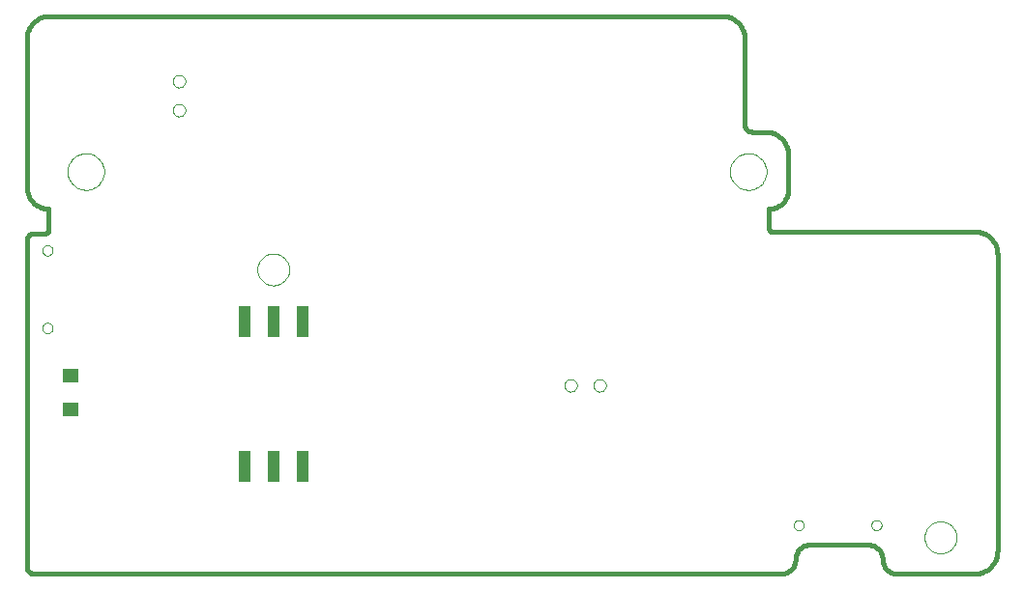
<source format=gbp>
G75*
%MOIN*%
%OFA0B0*%
%FSLAX24Y24*%
%IPPOS*%
%LPD*%
%AMOC8*
5,1,8,0,0,1.08239X$1,22.5*
%
%ADD10C,0.0160*%
%ADD11C,0.0000*%
%ADD12R,0.0551X0.0472*%
%ADD13R,0.0394X0.1063*%
D10*
X007340Y002680D02*
X007340Y013930D01*
X007342Y013960D01*
X007347Y013990D01*
X007356Y014019D01*
X007369Y014046D01*
X007384Y014072D01*
X007403Y014096D01*
X007424Y014117D01*
X007448Y014136D01*
X007474Y014151D01*
X007501Y014164D01*
X007530Y014173D01*
X007560Y014178D01*
X007590Y014180D01*
X007990Y014180D01*
X008007Y014182D01*
X008024Y014186D01*
X008040Y014193D01*
X008054Y014203D01*
X008067Y014216D01*
X008077Y014230D01*
X008084Y014246D01*
X008088Y014263D01*
X008090Y014280D01*
X008090Y015028D01*
X008036Y015030D01*
X007983Y015036D01*
X007931Y015045D01*
X007879Y015058D01*
X007828Y015075D01*
X007778Y015096D01*
X007731Y015120D01*
X007685Y015147D01*
X007641Y015178D01*
X007599Y015211D01*
X007560Y015248D01*
X007523Y015287D01*
X007490Y015329D01*
X007459Y015373D01*
X007432Y015419D01*
X007408Y015466D01*
X007387Y015516D01*
X007370Y015567D01*
X007357Y015619D01*
X007348Y015671D01*
X007342Y015724D01*
X007340Y015778D01*
X007340Y020893D01*
X007342Y020947D01*
X007347Y021000D01*
X007356Y021053D01*
X007369Y021105D01*
X007385Y021157D01*
X007405Y021207D01*
X007428Y021255D01*
X007455Y021302D01*
X007484Y021347D01*
X007517Y021390D01*
X007552Y021430D01*
X007590Y021468D01*
X007630Y021503D01*
X007673Y021536D01*
X007718Y021565D01*
X007765Y021592D01*
X007813Y021615D01*
X007863Y021635D01*
X007915Y021651D01*
X007967Y021664D01*
X008020Y021673D01*
X008073Y021678D01*
X008127Y021680D01*
X031302Y021680D01*
X031356Y021678D01*
X031409Y021673D01*
X031462Y021664D01*
X031514Y021651D01*
X031566Y021635D01*
X031616Y021615D01*
X031664Y021592D01*
X031711Y021565D01*
X031756Y021536D01*
X031799Y021503D01*
X031839Y021468D01*
X031877Y021430D01*
X031912Y021390D01*
X031945Y021347D01*
X031974Y021302D01*
X032001Y021255D01*
X032024Y021207D01*
X032044Y021157D01*
X032060Y021105D01*
X032073Y021053D01*
X032082Y021000D01*
X032087Y020947D01*
X032089Y020893D01*
X032090Y020893D02*
X032090Y017930D01*
X032092Y017900D01*
X032097Y017870D01*
X032106Y017841D01*
X032119Y017814D01*
X032134Y017788D01*
X032153Y017764D01*
X032174Y017743D01*
X032198Y017724D01*
X032224Y017709D01*
X032251Y017696D01*
X032280Y017687D01*
X032310Y017682D01*
X032340Y017680D01*
X032802Y017680D01*
X032856Y017678D01*
X032909Y017673D01*
X032962Y017664D01*
X033014Y017651D01*
X033066Y017635D01*
X033116Y017615D01*
X033164Y017592D01*
X033211Y017565D01*
X033256Y017536D01*
X033299Y017503D01*
X033339Y017468D01*
X033377Y017430D01*
X033412Y017390D01*
X033445Y017347D01*
X033474Y017302D01*
X033501Y017255D01*
X033524Y017207D01*
X033544Y017157D01*
X033560Y017105D01*
X033573Y017053D01*
X033582Y017000D01*
X033587Y016947D01*
X033589Y016893D01*
X033590Y016893D02*
X033590Y015688D01*
X033589Y015688D02*
X033587Y015639D01*
X033582Y015590D01*
X033572Y015541D01*
X033560Y015494D01*
X033543Y015447D01*
X033524Y015402D01*
X033501Y015359D01*
X033474Y015317D01*
X033445Y015277D01*
X033413Y015240D01*
X033378Y015205D01*
X033341Y015173D01*
X033301Y015144D01*
X033260Y015117D01*
X033216Y015094D01*
X033171Y015075D01*
X033124Y015058D01*
X033077Y015046D01*
X033028Y015036D01*
X032979Y015031D01*
X032930Y015029D01*
X032930Y015028D02*
X032930Y014341D01*
X032932Y014324D01*
X032936Y014307D01*
X032943Y014291D01*
X032953Y014277D01*
X032966Y014264D01*
X032980Y014254D01*
X032996Y014247D01*
X033013Y014243D01*
X033030Y014241D01*
X040017Y014241D01*
X040071Y014239D01*
X040124Y014234D01*
X040177Y014225D01*
X040229Y014212D01*
X040281Y014196D01*
X040331Y014176D01*
X040379Y014153D01*
X040426Y014126D01*
X040471Y014097D01*
X040514Y014064D01*
X040554Y014029D01*
X040592Y013991D01*
X040627Y013951D01*
X040660Y013908D01*
X040689Y013863D01*
X040716Y013816D01*
X040739Y013768D01*
X040759Y013718D01*
X040775Y013666D01*
X040788Y013614D01*
X040797Y013561D01*
X040802Y013508D01*
X040804Y013454D01*
X040804Y003217D01*
X040802Y003163D01*
X040797Y003110D01*
X040788Y003057D01*
X040775Y003005D01*
X040759Y002953D01*
X040739Y002903D01*
X040716Y002855D01*
X040689Y002808D01*
X040660Y002763D01*
X040627Y002720D01*
X040592Y002680D01*
X040554Y002642D01*
X040514Y002607D01*
X040471Y002574D01*
X040426Y002545D01*
X040379Y002518D01*
X040331Y002495D01*
X040281Y002475D01*
X040229Y002459D01*
X040177Y002446D01*
X040124Y002437D01*
X040071Y002432D01*
X040017Y002430D01*
X037340Y002430D01*
X037296Y002432D01*
X037253Y002438D01*
X037211Y002447D01*
X037169Y002460D01*
X037129Y002477D01*
X037090Y002497D01*
X037053Y002520D01*
X037019Y002547D01*
X036986Y002576D01*
X036957Y002609D01*
X036930Y002643D01*
X036907Y002680D01*
X036887Y002719D01*
X036870Y002759D01*
X036857Y002801D01*
X036848Y002843D01*
X036842Y002886D01*
X036840Y002930D01*
X036838Y002974D01*
X036832Y003017D01*
X036823Y003059D01*
X036810Y003101D01*
X036793Y003141D01*
X036773Y003180D01*
X036750Y003217D01*
X036723Y003251D01*
X036694Y003284D01*
X036661Y003313D01*
X036627Y003340D01*
X036590Y003363D01*
X036551Y003383D01*
X036511Y003400D01*
X036469Y003413D01*
X036427Y003422D01*
X036384Y003428D01*
X036340Y003430D01*
X034340Y003430D01*
X034296Y003428D01*
X034253Y003422D01*
X034211Y003413D01*
X034169Y003400D01*
X034129Y003383D01*
X034090Y003363D01*
X034053Y003340D01*
X034019Y003313D01*
X033986Y003284D01*
X033957Y003251D01*
X033930Y003217D01*
X033907Y003180D01*
X033887Y003141D01*
X033870Y003101D01*
X033857Y003059D01*
X033848Y003017D01*
X033842Y002974D01*
X033840Y002930D01*
X033838Y002886D01*
X033832Y002843D01*
X033823Y002801D01*
X033810Y002759D01*
X033793Y002719D01*
X033773Y002680D01*
X033750Y002643D01*
X033723Y002609D01*
X033694Y002576D01*
X033661Y002547D01*
X033627Y002520D01*
X033590Y002497D01*
X033551Y002477D01*
X033511Y002460D01*
X033469Y002447D01*
X033427Y002438D01*
X033384Y002432D01*
X033340Y002430D01*
X007590Y002430D01*
X007560Y002432D01*
X007530Y002437D01*
X007501Y002446D01*
X007474Y002459D01*
X007448Y002474D01*
X007424Y002493D01*
X007403Y002514D01*
X007384Y002538D01*
X007369Y002564D01*
X007356Y002591D01*
X007347Y002620D01*
X007342Y002650D01*
X007340Y002680D01*
D11*
X007880Y010910D02*
X007882Y010936D01*
X007888Y010962D01*
X007898Y010987D01*
X007911Y011010D01*
X007927Y011030D01*
X007947Y011048D01*
X007969Y011063D01*
X007992Y011075D01*
X008018Y011083D01*
X008044Y011087D01*
X008070Y011087D01*
X008096Y011083D01*
X008122Y011075D01*
X008146Y011063D01*
X008167Y011048D01*
X008187Y011030D01*
X008203Y011010D01*
X008216Y010987D01*
X008226Y010962D01*
X008232Y010936D01*
X008234Y010910D01*
X008232Y010884D01*
X008226Y010858D01*
X008216Y010833D01*
X008203Y010810D01*
X008187Y010790D01*
X008167Y010772D01*
X008145Y010757D01*
X008122Y010745D01*
X008096Y010737D01*
X008070Y010733D01*
X008044Y010733D01*
X008018Y010737D01*
X007992Y010745D01*
X007968Y010757D01*
X007947Y010772D01*
X007927Y010790D01*
X007911Y010810D01*
X007898Y010833D01*
X007888Y010858D01*
X007882Y010884D01*
X007880Y010910D01*
X007880Y013587D02*
X007882Y013613D01*
X007888Y013639D01*
X007898Y013664D01*
X007911Y013687D01*
X007927Y013707D01*
X007947Y013725D01*
X007969Y013740D01*
X007992Y013752D01*
X008018Y013760D01*
X008044Y013764D01*
X008070Y013764D01*
X008096Y013760D01*
X008122Y013752D01*
X008146Y013740D01*
X008167Y013725D01*
X008187Y013707D01*
X008203Y013687D01*
X008216Y013664D01*
X008226Y013639D01*
X008232Y013613D01*
X008234Y013587D01*
X008232Y013561D01*
X008226Y013535D01*
X008216Y013510D01*
X008203Y013487D01*
X008187Y013467D01*
X008167Y013449D01*
X008145Y013434D01*
X008122Y013422D01*
X008096Y013414D01*
X008070Y013410D01*
X008044Y013410D01*
X008018Y013414D01*
X007992Y013422D01*
X007968Y013434D01*
X007947Y013449D01*
X007927Y013467D01*
X007911Y013487D01*
X007898Y013510D01*
X007888Y013535D01*
X007882Y013561D01*
X007880Y013587D01*
X008747Y016308D02*
X008749Y016358D01*
X008755Y016408D01*
X008765Y016457D01*
X008779Y016505D01*
X008796Y016552D01*
X008817Y016597D01*
X008842Y016641D01*
X008870Y016682D01*
X008902Y016721D01*
X008936Y016758D01*
X008973Y016792D01*
X009013Y016822D01*
X009055Y016849D01*
X009099Y016873D01*
X009145Y016894D01*
X009192Y016910D01*
X009240Y016923D01*
X009290Y016932D01*
X009339Y016937D01*
X009390Y016938D01*
X009440Y016935D01*
X009489Y016928D01*
X009538Y016917D01*
X009586Y016902D01*
X009632Y016884D01*
X009677Y016862D01*
X009720Y016836D01*
X009761Y016807D01*
X009800Y016775D01*
X009836Y016740D01*
X009868Y016702D01*
X009898Y016662D01*
X009925Y016619D01*
X009948Y016575D01*
X009967Y016529D01*
X009983Y016481D01*
X009995Y016432D01*
X010003Y016383D01*
X010007Y016333D01*
X010007Y016283D01*
X010003Y016233D01*
X009995Y016184D01*
X009983Y016135D01*
X009967Y016087D01*
X009948Y016041D01*
X009925Y015997D01*
X009898Y015954D01*
X009868Y015914D01*
X009836Y015876D01*
X009800Y015841D01*
X009761Y015809D01*
X009720Y015780D01*
X009677Y015754D01*
X009632Y015732D01*
X009586Y015714D01*
X009538Y015699D01*
X009489Y015688D01*
X009440Y015681D01*
X009390Y015678D01*
X009339Y015679D01*
X009290Y015684D01*
X009240Y015693D01*
X009192Y015706D01*
X009145Y015722D01*
X009099Y015743D01*
X009055Y015767D01*
X009013Y015794D01*
X008973Y015824D01*
X008936Y015858D01*
X008902Y015895D01*
X008870Y015934D01*
X008842Y015975D01*
X008817Y016019D01*
X008796Y016064D01*
X008779Y016111D01*
X008765Y016159D01*
X008755Y016208D01*
X008749Y016258D01*
X008747Y016308D01*
X012373Y018430D02*
X012375Y018459D01*
X012381Y018487D01*
X012390Y018515D01*
X012403Y018541D01*
X012420Y018564D01*
X012439Y018586D01*
X012461Y018605D01*
X012486Y018620D01*
X012512Y018633D01*
X012540Y018641D01*
X012568Y018646D01*
X012597Y018647D01*
X012626Y018644D01*
X012654Y018637D01*
X012681Y018627D01*
X012707Y018613D01*
X012730Y018596D01*
X012751Y018576D01*
X012769Y018553D01*
X012784Y018528D01*
X012795Y018501D01*
X012803Y018473D01*
X012807Y018444D01*
X012807Y018416D01*
X012803Y018387D01*
X012795Y018359D01*
X012784Y018332D01*
X012769Y018307D01*
X012751Y018284D01*
X012730Y018264D01*
X012707Y018247D01*
X012681Y018233D01*
X012654Y018223D01*
X012626Y018216D01*
X012597Y018213D01*
X012568Y018214D01*
X012540Y018219D01*
X012512Y018227D01*
X012486Y018240D01*
X012461Y018255D01*
X012439Y018274D01*
X012420Y018296D01*
X012403Y018319D01*
X012390Y018345D01*
X012381Y018373D01*
X012375Y018401D01*
X012373Y018430D01*
X012373Y019430D02*
X012375Y019459D01*
X012381Y019487D01*
X012390Y019515D01*
X012403Y019541D01*
X012420Y019564D01*
X012439Y019586D01*
X012461Y019605D01*
X012486Y019620D01*
X012512Y019633D01*
X012540Y019641D01*
X012568Y019646D01*
X012597Y019647D01*
X012626Y019644D01*
X012654Y019637D01*
X012681Y019627D01*
X012707Y019613D01*
X012730Y019596D01*
X012751Y019576D01*
X012769Y019553D01*
X012784Y019528D01*
X012795Y019501D01*
X012803Y019473D01*
X012807Y019444D01*
X012807Y019416D01*
X012803Y019387D01*
X012795Y019359D01*
X012784Y019332D01*
X012769Y019307D01*
X012751Y019284D01*
X012730Y019264D01*
X012707Y019247D01*
X012681Y019233D01*
X012654Y019223D01*
X012626Y019216D01*
X012597Y019213D01*
X012568Y019214D01*
X012540Y019219D01*
X012512Y019227D01*
X012486Y019240D01*
X012461Y019255D01*
X012439Y019274D01*
X012420Y019296D01*
X012403Y019319D01*
X012390Y019345D01*
X012381Y019373D01*
X012375Y019401D01*
X012373Y019430D01*
X015289Y012930D02*
X015291Y012977D01*
X015297Y013023D01*
X015307Y013069D01*
X015320Y013114D01*
X015338Y013157D01*
X015359Y013199D01*
X015383Y013239D01*
X015411Y013276D01*
X015442Y013311D01*
X015476Y013344D01*
X015512Y013373D01*
X015551Y013399D01*
X015592Y013422D01*
X015635Y013441D01*
X015679Y013457D01*
X015724Y013469D01*
X015770Y013477D01*
X015817Y013481D01*
X015863Y013481D01*
X015910Y013477D01*
X015956Y013469D01*
X016001Y013457D01*
X016045Y013441D01*
X016088Y013422D01*
X016129Y013399D01*
X016168Y013373D01*
X016204Y013344D01*
X016238Y013311D01*
X016269Y013276D01*
X016297Y013239D01*
X016321Y013199D01*
X016342Y013157D01*
X016360Y013114D01*
X016373Y013069D01*
X016383Y013023D01*
X016389Y012977D01*
X016391Y012930D01*
X016389Y012883D01*
X016383Y012837D01*
X016373Y012791D01*
X016360Y012746D01*
X016342Y012703D01*
X016321Y012661D01*
X016297Y012621D01*
X016269Y012584D01*
X016238Y012549D01*
X016204Y012516D01*
X016168Y012487D01*
X016129Y012461D01*
X016088Y012438D01*
X016045Y012419D01*
X016001Y012403D01*
X015956Y012391D01*
X015910Y012383D01*
X015863Y012379D01*
X015817Y012379D01*
X015770Y012383D01*
X015724Y012391D01*
X015679Y012403D01*
X015635Y012419D01*
X015592Y012438D01*
X015551Y012461D01*
X015512Y012487D01*
X015476Y012516D01*
X015442Y012549D01*
X015411Y012584D01*
X015383Y012621D01*
X015359Y012661D01*
X015338Y012703D01*
X015320Y012746D01*
X015307Y012791D01*
X015297Y012837D01*
X015291Y012883D01*
X015289Y012930D01*
X025873Y008930D02*
X025875Y008959D01*
X025881Y008987D01*
X025890Y009015D01*
X025903Y009041D01*
X025920Y009064D01*
X025939Y009086D01*
X025961Y009105D01*
X025986Y009120D01*
X026012Y009133D01*
X026040Y009141D01*
X026068Y009146D01*
X026097Y009147D01*
X026126Y009144D01*
X026154Y009137D01*
X026181Y009127D01*
X026207Y009113D01*
X026230Y009096D01*
X026251Y009076D01*
X026269Y009053D01*
X026284Y009028D01*
X026295Y009001D01*
X026303Y008973D01*
X026307Y008944D01*
X026307Y008916D01*
X026303Y008887D01*
X026295Y008859D01*
X026284Y008832D01*
X026269Y008807D01*
X026251Y008784D01*
X026230Y008764D01*
X026207Y008747D01*
X026181Y008733D01*
X026154Y008723D01*
X026126Y008716D01*
X026097Y008713D01*
X026068Y008714D01*
X026040Y008719D01*
X026012Y008727D01*
X025986Y008740D01*
X025961Y008755D01*
X025939Y008774D01*
X025920Y008796D01*
X025903Y008819D01*
X025890Y008845D01*
X025881Y008873D01*
X025875Y008901D01*
X025873Y008930D01*
X026873Y008930D02*
X026875Y008959D01*
X026881Y008987D01*
X026890Y009015D01*
X026903Y009041D01*
X026920Y009064D01*
X026939Y009086D01*
X026961Y009105D01*
X026986Y009120D01*
X027012Y009133D01*
X027040Y009141D01*
X027068Y009146D01*
X027097Y009147D01*
X027126Y009144D01*
X027154Y009137D01*
X027181Y009127D01*
X027207Y009113D01*
X027230Y009096D01*
X027251Y009076D01*
X027269Y009053D01*
X027284Y009028D01*
X027295Y009001D01*
X027303Y008973D01*
X027307Y008944D01*
X027307Y008916D01*
X027303Y008887D01*
X027295Y008859D01*
X027284Y008832D01*
X027269Y008807D01*
X027251Y008784D01*
X027230Y008764D01*
X027207Y008747D01*
X027181Y008733D01*
X027154Y008723D01*
X027126Y008716D01*
X027097Y008713D01*
X027068Y008714D01*
X027040Y008719D01*
X027012Y008727D01*
X026986Y008740D01*
X026961Y008755D01*
X026939Y008774D01*
X026920Y008796D01*
X026903Y008819D01*
X026890Y008845D01*
X026881Y008873D01*
X026875Y008901D01*
X026873Y008930D01*
X033777Y004103D02*
X033779Y004129D01*
X033785Y004155D01*
X033795Y004180D01*
X033808Y004203D01*
X033824Y004223D01*
X033844Y004241D01*
X033866Y004256D01*
X033889Y004268D01*
X033915Y004276D01*
X033941Y004280D01*
X033967Y004280D01*
X033993Y004276D01*
X034019Y004268D01*
X034043Y004256D01*
X034064Y004241D01*
X034084Y004223D01*
X034100Y004203D01*
X034113Y004180D01*
X034123Y004155D01*
X034129Y004129D01*
X034131Y004103D01*
X034129Y004077D01*
X034123Y004051D01*
X034113Y004026D01*
X034100Y004003D01*
X034084Y003983D01*
X034064Y003965D01*
X034042Y003950D01*
X034019Y003938D01*
X033993Y003930D01*
X033967Y003926D01*
X033941Y003926D01*
X033915Y003930D01*
X033889Y003938D01*
X033865Y003950D01*
X033844Y003965D01*
X033824Y003983D01*
X033808Y004003D01*
X033795Y004026D01*
X033785Y004051D01*
X033779Y004077D01*
X033777Y004103D01*
X036454Y004103D02*
X036456Y004129D01*
X036462Y004155D01*
X036472Y004180D01*
X036485Y004203D01*
X036501Y004223D01*
X036521Y004241D01*
X036543Y004256D01*
X036566Y004268D01*
X036592Y004276D01*
X036618Y004280D01*
X036644Y004280D01*
X036670Y004276D01*
X036696Y004268D01*
X036720Y004256D01*
X036741Y004241D01*
X036761Y004223D01*
X036777Y004203D01*
X036790Y004180D01*
X036800Y004155D01*
X036806Y004129D01*
X036808Y004103D01*
X036806Y004077D01*
X036800Y004051D01*
X036790Y004026D01*
X036777Y004003D01*
X036761Y003983D01*
X036741Y003965D01*
X036719Y003950D01*
X036696Y003938D01*
X036670Y003930D01*
X036644Y003926D01*
X036618Y003926D01*
X036592Y003930D01*
X036566Y003938D01*
X036542Y003950D01*
X036521Y003965D01*
X036501Y003983D01*
X036485Y004003D01*
X036472Y004026D01*
X036462Y004051D01*
X036456Y004077D01*
X036454Y004103D01*
X038289Y003680D02*
X038291Y003727D01*
X038297Y003773D01*
X038307Y003819D01*
X038320Y003864D01*
X038338Y003907D01*
X038359Y003949D01*
X038383Y003989D01*
X038411Y004026D01*
X038442Y004061D01*
X038476Y004094D01*
X038512Y004123D01*
X038551Y004149D01*
X038592Y004172D01*
X038635Y004191D01*
X038679Y004207D01*
X038724Y004219D01*
X038770Y004227D01*
X038817Y004231D01*
X038863Y004231D01*
X038910Y004227D01*
X038956Y004219D01*
X039001Y004207D01*
X039045Y004191D01*
X039088Y004172D01*
X039129Y004149D01*
X039168Y004123D01*
X039204Y004094D01*
X039238Y004061D01*
X039269Y004026D01*
X039297Y003989D01*
X039321Y003949D01*
X039342Y003907D01*
X039360Y003864D01*
X039373Y003819D01*
X039383Y003773D01*
X039389Y003727D01*
X039391Y003680D01*
X039389Y003633D01*
X039383Y003587D01*
X039373Y003541D01*
X039360Y003496D01*
X039342Y003453D01*
X039321Y003411D01*
X039297Y003371D01*
X039269Y003334D01*
X039238Y003299D01*
X039204Y003266D01*
X039168Y003237D01*
X039129Y003211D01*
X039088Y003188D01*
X039045Y003169D01*
X039001Y003153D01*
X038956Y003141D01*
X038910Y003133D01*
X038863Y003129D01*
X038817Y003129D01*
X038770Y003133D01*
X038724Y003141D01*
X038679Y003153D01*
X038635Y003169D01*
X038592Y003188D01*
X038551Y003211D01*
X038512Y003237D01*
X038476Y003266D01*
X038442Y003299D01*
X038411Y003334D01*
X038383Y003371D01*
X038359Y003411D01*
X038338Y003453D01*
X038320Y003496D01*
X038307Y003541D01*
X038297Y003587D01*
X038291Y003633D01*
X038289Y003680D01*
X031582Y016308D02*
X031584Y016358D01*
X031590Y016408D01*
X031600Y016457D01*
X031614Y016505D01*
X031631Y016552D01*
X031652Y016597D01*
X031677Y016641D01*
X031705Y016682D01*
X031737Y016721D01*
X031771Y016758D01*
X031808Y016792D01*
X031848Y016822D01*
X031890Y016849D01*
X031934Y016873D01*
X031980Y016894D01*
X032027Y016910D01*
X032075Y016923D01*
X032125Y016932D01*
X032174Y016937D01*
X032225Y016938D01*
X032275Y016935D01*
X032324Y016928D01*
X032373Y016917D01*
X032421Y016902D01*
X032467Y016884D01*
X032512Y016862D01*
X032555Y016836D01*
X032596Y016807D01*
X032635Y016775D01*
X032671Y016740D01*
X032703Y016702D01*
X032733Y016662D01*
X032760Y016619D01*
X032783Y016575D01*
X032802Y016529D01*
X032818Y016481D01*
X032830Y016432D01*
X032838Y016383D01*
X032842Y016333D01*
X032842Y016283D01*
X032838Y016233D01*
X032830Y016184D01*
X032818Y016135D01*
X032802Y016087D01*
X032783Y016041D01*
X032760Y015997D01*
X032733Y015954D01*
X032703Y015914D01*
X032671Y015876D01*
X032635Y015841D01*
X032596Y015809D01*
X032555Y015780D01*
X032512Y015754D01*
X032467Y015732D01*
X032421Y015714D01*
X032373Y015699D01*
X032324Y015688D01*
X032275Y015681D01*
X032225Y015678D01*
X032174Y015679D01*
X032125Y015684D01*
X032075Y015693D01*
X032027Y015706D01*
X031980Y015722D01*
X031934Y015743D01*
X031890Y015767D01*
X031848Y015794D01*
X031808Y015824D01*
X031771Y015858D01*
X031737Y015895D01*
X031705Y015934D01*
X031677Y015975D01*
X031652Y016019D01*
X031631Y016064D01*
X031614Y016111D01*
X031600Y016159D01*
X031590Y016208D01*
X031584Y016258D01*
X031582Y016308D01*
D12*
X008840Y009271D03*
X008840Y008089D03*
D13*
X014840Y006141D03*
X015840Y006141D03*
X016840Y006141D03*
X016840Y011141D03*
X015840Y011141D03*
X014840Y011141D03*
M02*

</source>
